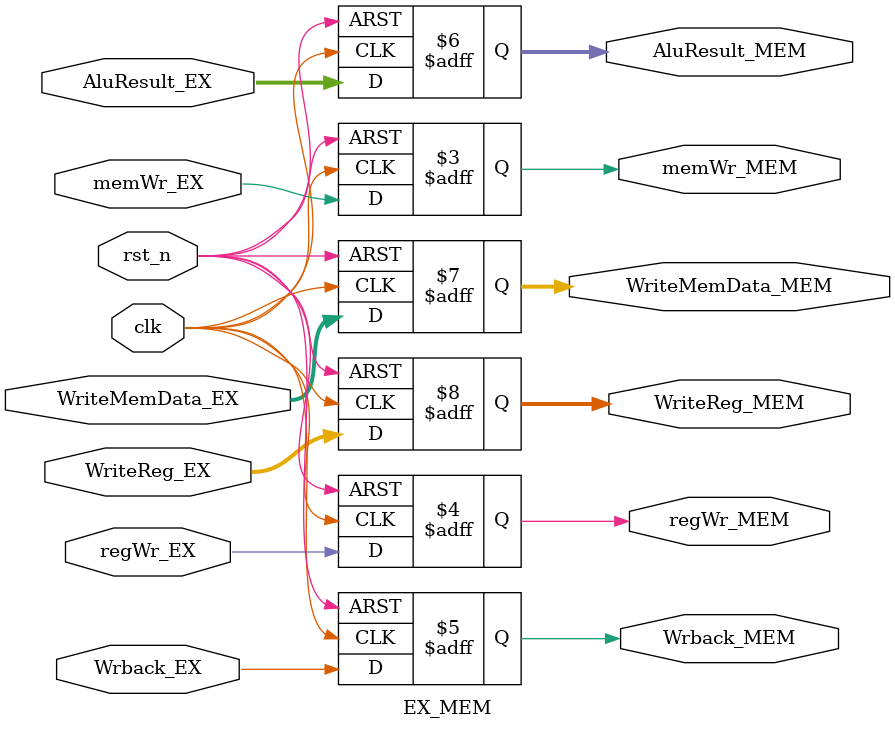
<source format=v>
module EX_MEM(
    input       clk,
    input       rst_n,
    input       memWr_EX,
    input       regWr_EX,
    input       Wrback_EX,

    input [31:0] AluResult_EX,
    input [31:0] WriteMemData_EX,
    input [4:0]  WriteReg_EX,

    output reg        memWr_MEM,           
    output reg        regWr_MEM,
    output reg        Wrback_MEM,
 
    output reg [31:0] AluResult_MEM,
    output reg [31:0] WriteMemData_MEM,
    output reg [4:0]  WriteReg_MEM  
);
    always @(posedge clk,negedge rst_n) begin
        if(~rst_n)begin
            memWr_MEM           <= 0;        
            regWr_MEM           <= 0;
            Wrback_MEM          <= 0;
            AluResult_MEM       <= 0;
            WriteMemData_MEM    <= 0;
            WriteReg_MEM        <= 0;
        end
        else begin
            memWr_MEM           <= memWr_EX;        
            regWr_MEM           <= regWr_EX;
            Wrback_MEM          <= Wrback_EX;
            AluResult_MEM       <= AluResult_EX;
            WriteMemData_MEM    <= WriteMemData_EX;
            WriteReg_MEM        <= WriteReg_EX;
        end
    end

endmodule
</source>
